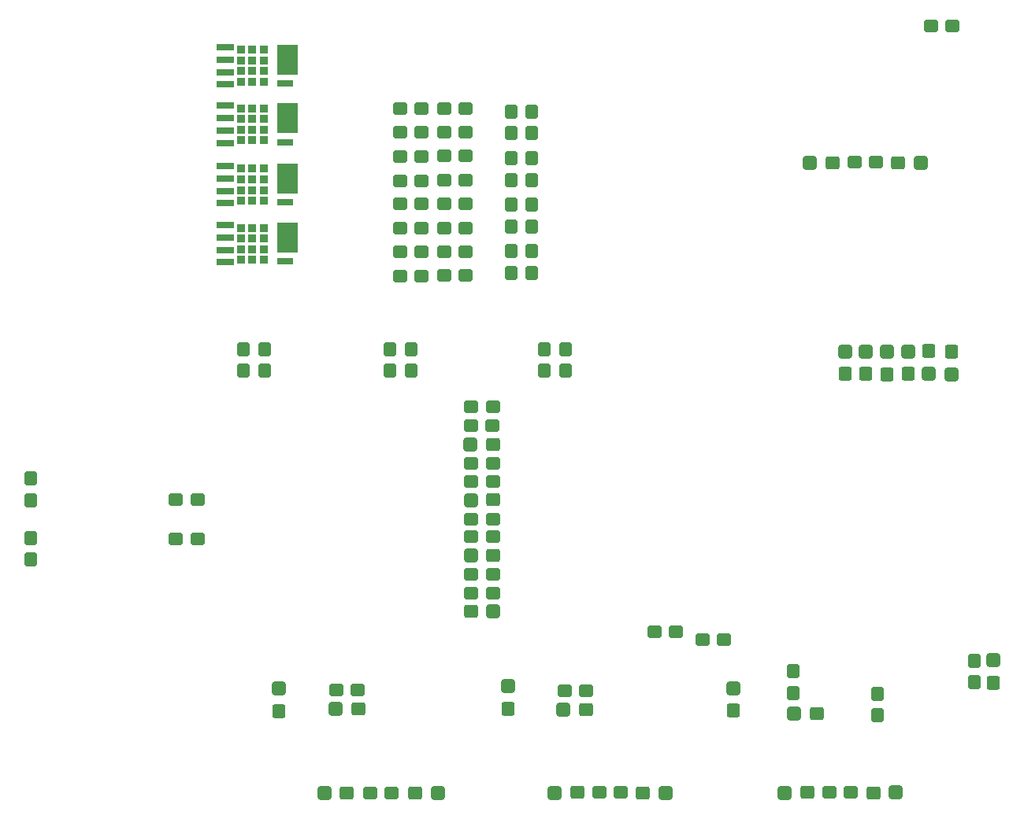
<source format=gbr>
%TF.GenerationSoftware,KiCad,Pcbnew,9.0.2*%
%TF.CreationDate,2025-09-23T15:25:02+08:00*%
%TF.ProjectId,VCU V3.2,56435520-5633-42e3-922e-6b696361645f,rev?*%
%TF.SameCoordinates,Original*%
%TF.FileFunction,Paste,Bot*%
%TF.FilePolarity,Positive*%
%FSLAX46Y46*%
G04 Gerber Fmt 4.6, Leading zero omitted, Abs format (unit mm)*
G04 Created by KiCad (PCBNEW 9.0.2) date 2025-09-23 15:25:02*
%MOMM*%
%LPD*%
G01*
G04 APERTURE LIST*
G04 Aperture macros list*
%AMRoundRect*
0 Rectangle with rounded corners*
0 $1 Rounding radius*
0 $2 $3 $4 $5 $6 $7 $8 $9 X,Y pos of 4 corners*
0 Add a 4 corners polygon primitive as box body*
4,1,4,$2,$3,$4,$5,$6,$7,$8,$9,$2,$3,0*
0 Add four circle primitives for the rounded corners*
1,1,$1+$1,$2,$3*
1,1,$1+$1,$4,$5*
1,1,$1+$1,$6,$7*
1,1,$1+$1,$8,$9*
0 Add four rect primitives between the rounded corners*
20,1,$1+$1,$2,$3,$4,$5,0*
20,1,$1+$1,$4,$5,$6,$7,0*
20,1,$1+$1,$6,$7,$8,$9,0*
20,1,$1+$1,$8,$9,$2,$3,0*%
G04 Aperture macros list end*
%ADD10RoundRect,0.305575X0.460025X0.412525X-0.460025X0.412525X-0.460025X-0.412525X0.460025X-0.412525X0*%
%ADD11RoundRect,0.308511X0.457089X0.416489X-0.457089X0.416489X-0.457089X-0.416489X0.457089X-0.416489X0*%
%ADD12RoundRect,0.305575X-0.460025X-0.412525X0.460025X-0.412525X0.460025X0.412525X-0.460025X0.412525X0*%
%ADD13RoundRect,0.308511X-0.457089X-0.416489X0.457089X-0.416489X0.457089X0.416489X-0.457089X0.416489X0*%
%ADD14RoundRect,0.278125X0.474375X0.389375X-0.474375X0.389375X-0.474375X-0.389375X0.474375X-0.389375X0*%
%ADD15RoundRect,0.278125X-0.474375X-0.389375X0.474375X-0.389375X0.474375X0.389375X-0.474375X0.389375X0*%
%ADD16RoundRect,0.305575X0.412525X-0.460025X0.412525X0.460025X-0.412525X0.460025X-0.412525X-0.460025X0*%
%ADD17RoundRect,0.308511X0.416489X-0.457089X0.416489X0.457089X-0.416489X0.457089X-0.416489X-0.457089X0*%
%ADD18RoundRect,0.278125X0.389375X-0.474375X0.389375X0.474375X-0.389375X0.474375X-0.389375X-0.474375X0*%
%ADD19R,0.900000X0.900000*%
%ADD20R,2.275000X1.150000*%
%ADD21R,2.275000X1.000000*%
%ADD22R,2.275000X1.060000*%
%ADD23R,1.775000X0.650000*%
%ADD24R,1.825000X0.700000*%
%ADD25RoundRect,0.278125X-0.389375X0.474375X-0.389375X-0.474375X0.389375X-0.474375X0.389375X0.474375X0*%
%ADD26RoundRect,0.305575X-0.412525X0.460025X-0.412525X-0.460025X0.412525X-0.460025X0.412525X0.460025X0*%
%ADD27RoundRect,0.308511X-0.416489X0.457089X-0.416489X-0.457089X0.416489X-0.457089X0.416489X0.457089X0*%
G04 APERTURE END LIST*
D10*
%TO.C,C16*%
X156715600Y-134493100D03*
D11*
X154284400Y-134500000D03*
%TD*%
D12*
%TO.C,C34*%
X188534400Y-134500000D03*
D13*
X190965600Y-134493100D03*
%TD*%
D12*
%TO.C,C27*%
X139284400Y-134506900D03*
D13*
X141715600Y-134500000D03*
%TD*%
D14*
%TO.C,R8*%
X139978517Y-60855641D03*
X137673517Y-60855641D03*
%TD*%
%TO.C,R15*%
X144750000Y-73712784D03*
X142445000Y-73712784D03*
%TD*%
D15*
%TO.C,R34*%
X145347500Y-105032500D03*
X147652500Y-105032500D03*
%TD*%
D16*
%TO.C,C7*%
X201436900Y-122675600D03*
D17*
X201430000Y-120244400D03*
%TD*%
D16*
%TO.C,C35*%
X173506900Y-125681200D03*
D17*
X173500000Y-123250000D03*
%TD*%
D18*
%TO.C,R51*%
X149630000Y-73540641D03*
X149630000Y-71235641D03*
%TD*%
D14*
%TO.C,R13*%
X144750000Y-71141355D03*
X142445000Y-71141355D03*
%TD*%
D19*
%TO.C,Q4*%
X123000000Y-64300000D03*
X123000000Y-63150000D03*
X123000000Y-62000000D03*
X123000000Y-60850000D03*
X121775000Y-64300000D03*
X121775000Y-63150000D03*
X121775000Y-62000000D03*
X121775000Y-60850000D03*
X120575000Y-64300000D03*
X120575000Y-63150000D03*
X120575000Y-62000000D03*
X120575000Y-60850000D03*
D20*
X125562500Y-60900000D03*
D21*
X125562500Y-61975000D03*
D22*
X125562500Y-63005000D03*
D23*
X125312500Y-64480000D03*
D24*
X118862500Y-64570000D03*
X118862500Y-63240000D03*
X118862500Y-61910000D03*
X118862500Y-60580000D03*
%TD*%
D19*
%TO.C,Q2*%
X123000000Y-58000000D03*
X123000000Y-56850000D03*
X123000000Y-55700000D03*
X123000000Y-54550000D03*
X121775000Y-58000000D03*
X121775000Y-56850000D03*
X121775000Y-55700000D03*
X121775000Y-54550000D03*
X120575000Y-58000000D03*
X120575000Y-56850000D03*
X120575000Y-55700000D03*
X120575000Y-54550000D03*
D20*
X125562500Y-54600000D03*
D21*
X125562500Y-55675000D03*
D22*
X125562500Y-56705000D03*
D23*
X125312500Y-58180000D03*
D24*
X118862500Y-58270000D03*
X118862500Y-56940000D03*
X118862500Y-55610000D03*
X118862500Y-54280000D03*
%TD*%
D10*
%TO.C,CA4*%
X147689717Y-96993100D03*
D11*
X145258517Y-97000000D03*
%TD*%
D18*
%TO.C,R25*%
X98000000Y-103000000D03*
X98000000Y-100695000D03*
%TD*%
D14*
%TO.C,R3*%
X188852500Y-66667500D03*
X186547500Y-66667500D03*
%TD*%
%TO.C,R36*%
X147626617Y-95000000D03*
X145321617Y-95000000D03*
%TD*%
%TO.C,R19*%
X144750000Y-78855641D03*
X142445000Y-78855641D03*
%TD*%
D10*
%TO.C,CA2*%
X147715600Y-108993100D03*
D11*
X145284400Y-109000000D03*
%TD*%
D14*
%TO.C,R1*%
X167305000Y-117217500D03*
X165000000Y-117217500D03*
%TD*%
D10*
%TO.C,C18*%
X157652500Y-125525600D03*
D11*
X155221300Y-125532500D03*
%TD*%
D12*
%TO.C,CA1*%
X145284400Y-115006900D03*
D13*
X147715600Y-115000000D03*
%TD*%
D25*
%TO.C,R54*%
X151815000Y-66235641D03*
X151815000Y-68540641D03*
%TD*%
D14*
%TO.C,R71*%
X186152500Y-134467500D03*
X183847500Y-134467500D03*
%TD*%
D12*
%TO.C,C17*%
X163784400Y-134506900D03*
D13*
X166215600Y-134500000D03*
%TD*%
D18*
%TO.C,R64*%
X138907500Y-89081017D03*
X138907500Y-86776017D03*
%TD*%
D26*
%TO.C,C38*%
X194493100Y-86982000D03*
D27*
X194500000Y-89413200D03*
%TD*%
D25*
%TO.C,R72*%
X179967500Y-121447500D03*
X179967500Y-123752500D03*
%TD*%
D14*
%TO.C,R30*%
X136750000Y-134500000D03*
X134445000Y-134500000D03*
%TD*%
D26*
%TO.C,C37*%
X196986200Y-87050800D03*
D27*
X196993100Y-89482000D03*
%TD*%
D15*
%TO.C,R40*%
X145347500Y-93000000D03*
X147652500Y-93000000D03*
%TD*%
D10*
%TO.C,C26*%
X131965600Y-134500000D03*
D11*
X129534400Y-134506900D03*
%TD*%
D15*
%TO.C,R18*%
X137695000Y-78920641D03*
X140000000Y-78920641D03*
%TD*%
%TO.C,R35*%
X145347500Y-99037104D03*
X147652500Y-99037104D03*
%TD*%
D16*
%TO.C,C22*%
X187763800Y-89431200D03*
D17*
X187756900Y-87000000D03*
%TD*%
D14*
%TO.C,R9*%
X144750000Y-65998498D03*
X142445000Y-65998498D03*
%TD*%
D16*
%TO.C,C1*%
X190006900Y-89465600D03*
D17*
X190000000Y-87034400D03*
%TD*%
D15*
%TO.C,R33*%
X145347500Y-111032500D03*
X147652500Y-111032500D03*
%TD*%
D18*
%TO.C,R68*%
X123130000Y-89102500D03*
X123130000Y-86797500D03*
%TD*%
%TO.C,R52*%
X149630000Y-78540641D03*
X149630000Y-76235641D03*
%TD*%
D16*
%TO.C,C19*%
X149256900Y-125465600D03*
D17*
X149250000Y-123034400D03*
%TD*%
D14*
%TO.C,R12*%
X140000000Y-66000000D03*
X137695000Y-66000000D03*
%TD*%
%TO.C,R24*%
X115902500Y-102967500D03*
X113597500Y-102967500D03*
%TD*%
D18*
%TO.C,R50*%
X149630000Y-68540641D03*
X149630000Y-66235641D03*
%TD*%
D14*
%TO.C,R69*%
X197027500Y-51967500D03*
X194722500Y-51967500D03*
%TD*%
%TO.C,R20*%
X139978517Y-76282410D03*
X137673517Y-76282410D03*
%TD*%
%TO.C,R7*%
X144750000Y-63427070D03*
X142445000Y-63427070D03*
%TD*%
%TO.C,R26*%
X115902500Y-107217500D03*
X113597500Y-107217500D03*
%TD*%
D18*
%TO.C,R49*%
X149630000Y-63540641D03*
X149630000Y-61235641D03*
%TD*%
D16*
%TO.C,C4*%
X185513800Y-89431200D03*
D17*
X185506900Y-87000000D03*
%TD*%
D10*
%TO.C,C29*%
X133215600Y-125493100D03*
D11*
X130784400Y-125500000D03*
%TD*%
D25*
%TO.C,R58*%
X153217500Y-86797500D03*
X153217500Y-89102500D03*
%TD*%
%TO.C,R27*%
X97967500Y-107097500D03*
X97967500Y-109402500D03*
%TD*%
D15*
%TO.C,R37*%
X145347500Y-113032500D03*
X147652500Y-113032500D03*
%TD*%
D25*
%TO.C,R66*%
X120815000Y-86797500D03*
X120815000Y-89102500D03*
%TD*%
D16*
%TO.C,C28*%
X124653650Y-125715600D03*
D17*
X124646750Y-123284400D03*
%TD*%
D14*
%TO.C,R17*%
X144750000Y-76284212D03*
X142445000Y-76284212D03*
%TD*%
%TO.C,R31*%
X133152500Y-123467500D03*
X130847500Y-123467500D03*
%TD*%
D15*
%TO.C,R10*%
X137673517Y-68634025D03*
X139978517Y-68634025D03*
%TD*%
D18*
%TO.C,R60*%
X155485000Y-89081017D03*
X155485000Y-86776017D03*
%TD*%
D19*
%TO.C,Q6*%
X123000000Y-70800000D03*
X123000000Y-69650000D03*
X123000000Y-68500000D03*
X123000000Y-67350000D03*
X121775000Y-70800000D03*
X121775000Y-69650000D03*
X121775000Y-68500000D03*
X121775000Y-67350000D03*
X120575000Y-70800000D03*
X120575000Y-69650000D03*
X120575000Y-68500000D03*
X120575000Y-67350000D03*
D20*
X125562500Y-67400000D03*
D21*
X125562500Y-68475000D03*
D22*
X125562500Y-69505000D03*
D23*
X125312500Y-70980000D03*
D24*
X118862500Y-71070000D03*
X118862500Y-69740000D03*
X118862500Y-68410000D03*
X118862500Y-67080000D03*
%TD*%
D14*
%TO.C,R38*%
X147652500Y-100972619D03*
X145347500Y-100972619D03*
%TD*%
D10*
%TO.C,C33*%
X181465600Y-134493100D03*
D11*
X179034400Y-134500000D03*
%TD*%
D19*
%TO.C,Q8*%
X123000000Y-77155000D03*
X123000000Y-76005000D03*
X123000000Y-74855000D03*
X123000000Y-73705000D03*
X121775000Y-77155000D03*
X121775000Y-76005000D03*
X121775000Y-74855000D03*
X121775000Y-73705000D03*
X120575000Y-77155000D03*
X120575000Y-76005000D03*
X120575000Y-74855000D03*
X120575000Y-73705000D03*
D20*
X125562500Y-73755000D03*
D21*
X125562500Y-74830000D03*
D22*
X125562500Y-75860000D03*
D23*
X125312500Y-77335000D03*
D24*
X118862500Y-77425000D03*
X118862500Y-76095000D03*
X118862500Y-74765000D03*
X118862500Y-73435000D03*
%TD*%
D25*
%TO.C,R62*%
X136625000Y-86797500D03*
X136625000Y-89102500D03*
%TD*%
D10*
%TO.C,CA3*%
X147715600Y-102997704D03*
D11*
X145284400Y-103004604D03*
%TD*%
D15*
%TO.C,R6*%
X137695000Y-63420641D03*
X140000000Y-63420641D03*
%TD*%
D14*
%TO.C,R21*%
X161402500Y-134467500D03*
X159097500Y-134467500D03*
%TD*%
%TO.C,R11*%
X144750000Y-68569927D03*
X142445000Y-68569927D03*
%TD*%
D12*
%TO.C,C5*%
X191234400Y-66706900D03*
D13*
X193665600Y-66700000D03*
%TD*%
D15*
%TO.C,R2*%
X170195000Y-118000000D03*
X172500000Y-118000000D03*
%TD*%
D14*
%TO.C,R22*%
X157652500Y-123500000D03*
X155347500Y-123500000D03*
%TD*%
D18*
%TO.C,R74*%
X189032500Y-126152500D03*
X189032500Y-123847500D03*
%TD*%
D10*
%TO.C,C6*%
X184165600Y-66693100D03*
D11*
X181734400Y-66700000D03*
%TD*%
D25*
%TO.C,R53*%
X151815000Y-61235641D03*
X151815000Y-63540641D03*
%TD*%
D14*
%TO.C,R16*%
X139978517Y-71140154D03*
X137673517Y-71140154D03*
%TD*%
%TO.C,R39*%
X147652500Y-106967500D03*
X145347500Y-106967500D03*
%TD*%
D16*
%TO.C,C25*%
X192263800Y-89431200D03*
D17*
X192256900Y-87000000D03*
%TD*%
D15*
%TO.C,R14*%
X137695000Y-73778385D03*
X140000000Y-73778385D03*
%TD*%
D14*
%TO.C,R5*%
X144750000Y-60855641D03*
X142445000Y-60855641D03*
%TD*%
D25*
%TO.C,R56*%
X151815000Y-76235641D03*
X151815000Y-78540641D03*
%TD*%
D10*
%TO.C,C36*%
X182465600Y-125993100D03*
D11*
X180034400Y-126000000D03*
%TD*%
D25*
%TO.C,R4*%
X199397500Y-120307500D03*
X199397500Y-122612500D03*
%TD*%
%TO.C,R55*%
X151815000Y-71235641D03*
X151815000Y-73540641D03*
%TD*%
M02*

</source>
